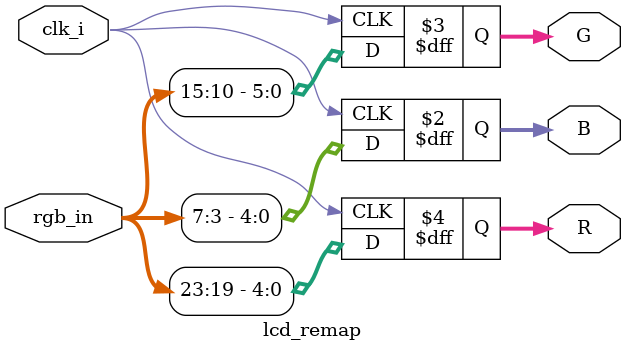
<source format=v>
module lcd_remap (
		input		        clk_i,
		input 	    [23:0]	rgb_in,
		output	reg [4:0]	R,
		output	reg [5:0]	G,
		output	reg [4:0]	B
	);
	
always @(posedge clk_i) 
begin
    R = rgb_in[23 -: 5];
    G = rgb_in[15 -: 6];
    B = rgb_in[7 -: 5];
end
	
endmodule
</source>
